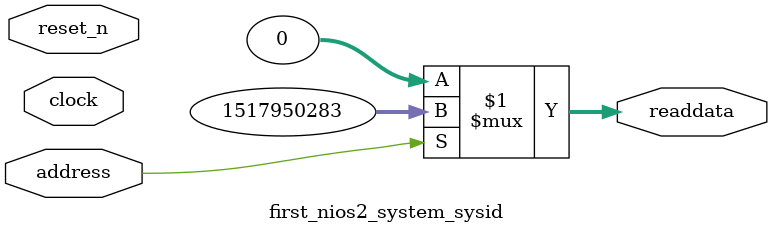
<source format=v>

`timescale 1ns / 1ps
// synthesis translate_on

// turn off superfluous verilog processor warnings 
// altera message_level Level1 
// altera message_off 10034 10035 10036 10037 10230 10240 10030 

module first_nios2_system_sysid (
               // inputs:
                address,
                clock,
                reset_n,

               // outputs:
                readdata
             )
;

  output  [ 31: 0] readdata;
  input            address;
  input            clock;
  input            reset_n;

  wire    [ 31: 0] readdata;
  //control_slave, which is an e_avalon_slave
  assign readdata = address ? 1517950283 : 0;

endmodule




</source>
